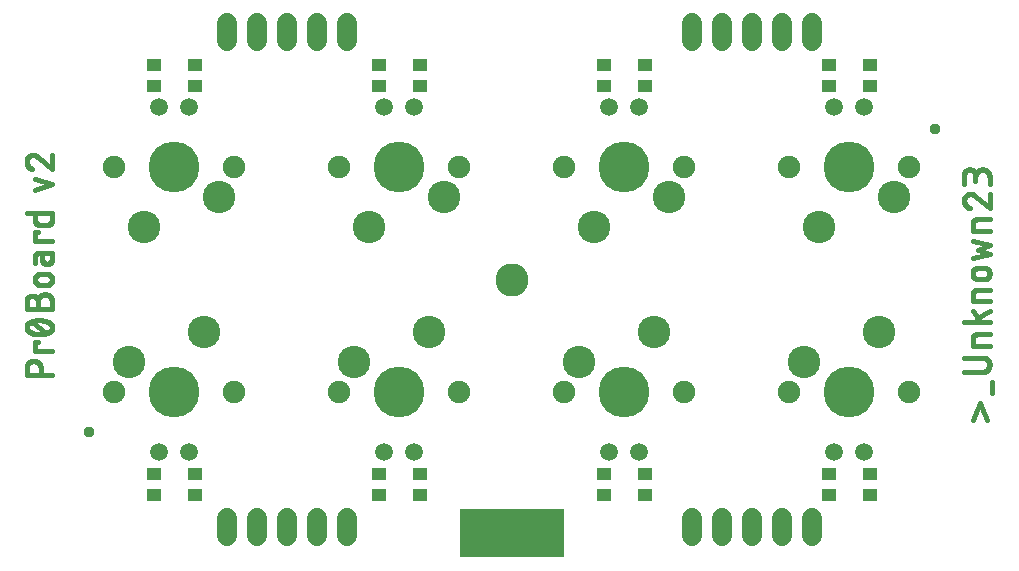
<source format=gbr>
G04 EAGLE Gerber RS-274X export*
G75*
%MOMM*%
%FSLAX34Y34*%
%LPD*%
%INSoldermask Top*%
%IPPOS*%
%AMOC8*
5,1,8,0,0,1.08239X$1,22.5*%
G01*
%ADD10C,0.381000*%
%ADD11C,2.803200*%
%ADD12R,8.890000X4.127500*%
%ADD13C,1.903200*%
%ADD14C,2.743200*%
%ADD15C,4.303200*%
%ADD16C,1.511200*%
%ADD17C,1.727200*%
%ADD18R,1.203200X1.053200*%
%ADD19C,0.959600*%


D10*
X42545Y167005D02*
X20955Y167005D01*
X20955Y173002D01*
X20957Y173155D01*
X20963Y173308D01*
X20973Y173461D01*
X20986Y173614D01*
X21004Y173766D01*
X21025Y173917D01*
X21051Y174068D01*
X21080Y174219D01*
X21113Y174368D01*
X21150Y174517D01*
X21190Y174665D01*
X21234Y174811D01*
X21283Y174957D01*
X21334Y175101D01*
X21390Y175244D01*
X21449Y175385D01*
X21511Y175525D01*
X21578Y175663D01*
X21647Y175799D01*
X21721Y175934D01*
X21797Y176067D01*
X21877Y176197D01*
X21960Y176326D01*
X22047Y176452D01*
X22137Y176576D01*
X22229Y176698D01*
X22325Y176818D01*
X22424Y176934D01*
X22526Y177049D01*
X22631Y177161D01*
X22739Y177270D01*
X22849Y177376D01*
X22962Y177479D01*
X23078Y177580D01*
X23196Y177677D01*
X23316Y177771D01*
X23439Y177863D01*
X23565Y177951D01*
X23692Y178036D01*
X23822Y178117D01*
X23953Y178196D01*
X24087Y178270D01*
X24223Y178342D01*
X24360Y178410D01*
X24499Y178474D01*
X24639Y178535D01*
X24781Y178592D01*
X24925Y178646D01*
X25070Y178696D01*
X25216Y178742D01*
X25363Y178785D01*
X25511Y178823D01*
X25660Y178858D01*
X25810Y178889D01*
X25961Y178917D01*
X26112Y178940D01*
X26264Y178959D01*
X26417Y178975D01*
X26569Y178987D01*
X26722Y178995D01*
X26875Y178999D01*
X27029Y178999D01*
X27182Y178995D01*
X27335Y178987D01*
X27487Y178975D01*
X27640Y178959D01*
X27792Y178940D01*
X27943Y178917D01*
X28094Y178889D01*
X28244Y178858D01*
X28393Y178823D01*
X28541Y178785D01*
X28688Y178742D01*
X28834Y178696D01*
X28979Y178646D01*
X29123Y178592D01*
X29265Y178535D01*
X29405Y178474D01*
X29544Y178410D01*
X29681Y178342D01*
X29817Y178270D01*
X29951Y178196D01*
X30082Y178117D01*
X30212Y178036D01*
X30339Y177951D01*
X30465Y177863D01*
X30588Y177771D01*
X30708Y177677D01*
X30826Y177580D01*
X30942Y177479D01*
X31055Y177376D01*
X31165Y177270D01*
X31273Y177161D01*
X31378Y177049D01*
X31480Y176934D01*
X31579Y176818D01*
X31675Y176698D01*
X31767Y176576D01*
X31857Y176452D01*
X31944Y176326D01*
X32027Y176197D01*
X32107Y176067D01*
X32183Y175934D01*
X32257Y175799D01*
X32326Y175663D01*
X32393Y175525D01*
X32455Y175385D01*
X32514Y175244D01*
X32570Y175101D01*
X32621Y174957D01*
X32670Y174811D01*
X32714Y174665D01*
X32754Y174517D01*
X32791Y174368D01*
X32824Y174219D01*
X32853Y174068D01*
X32879Y173917D01*
X32900Y173766D01*
X32918Y173614D01*
X32931Y173461D01*
X32941Y173308D01*
X32947Y173155D01*
X32949Y173002D01*
X32949Y167005D01*
X28152Y187519D02*
X42545Y187519D01*
X28152Y187519D02*
X28152Y194716D01*
X30551Y194716D01*
X31750Y201500D02*
X31325Y201505D01*
X30901Y201520D01*
X30477Y201546D01*
X30054Y201581D01*
X29631Y201627D01*
X29210Y201682D01*
X28791Y201748D01*
X28373Y201824D01*
X27957Y201909D01*
X27543Y202005D01*
X27131Y202110D01*
X26722Y202225D01*
X26316Y202350D01*
X25913Y202485D01*
X25514Y202629D01*
X25118Y202782D01*
X24726Y202945D01*
X24338Y203118D01*
X23954Y203299D01*
X23830Y203343D01*
X23708Y203391D01*
X23588Y203443D01*
X23469Y203498D01*
X23352Y203556D01*
X23236Y203618D01*
X23123Y203684D01*
X23011Y203752D01*
X22901Y203824D01*
X22794Y203900D01*
X22689Y203978D01*
X22586Y204059D01*
X22486Y204144D01*
X22388Y204231D01*
X22293Y204321D01*
X22201Y204414D01*
X22111Y204510D01*
X22024Y204608D01*
X21940Y204709D01*
X21859Y204812D01*
X21782Y204917D01*
X21707Y205025D01*
X21636Y205135D01*
X21568Y205247D01*
X21503Y205361D01*
X21441Y205477D01*
X21383Y205594D01*
X21329Y205714D01*
X21278Y205835D01*
X21231Y205957D01*
X21187Y206080D01*
X21147Y206205D01*
X21111Y206331D01*
X21078Y206458D01*
X21050Y206586D01*
X21025Y206715D01*
X21003Y206844D01*
X20986Y206974D01*
X20972Y207104D01*
X20963Y207235D01*
X20957Y207366D01*
X20955Y207497D01*
X20957Y207628D01*
X20963Y207759D01*
X20972Y207890D01*
X20986Y208020D01*
X21003Y208150D01*
X21025Y208279D01*
X21050Y208408D01*
X21078Y208536D01*
X21111Y208663D01*
X21147Y208789D01*
X21187Y208914D01*
X21231Y209037D01*
X21278Y209159D01*
X21329Y209280D01*
X21383Y209400D01*
X21441Y209517D01*
X21503Y209633D01*
X21568Y209747D01*
X21636Y209859D01*
X21707Y209969D01*
X21782Y210077D01*
X21859Y210182D01*
X21940Y210285D01*
X22024Y210386D01*
X22111Y210484D01*
X22201Y210580D01*
X22293Y210673D01*
X22388Y210763D01*
X22486Y210850D01*
X22586Y210935D01*
X22689Y211016D01*
X22794Y211094D01*
X22901Y211170D01*
X23011Y211242D01*
X23123Y211310D01*
X23236Y211376D01*
X23352Y211438D01*
X23469Y211496D01*
X23588Y211551D01*
X23708Y211603D01*
X23830Y211651D01*
X23954Y211695D01*
X23953Y211696D02*
X24337Y211877D01*
X24726Y212050D01*
X25118Y212213D01*
X25514Y212366D01*
X25913Y212510D01*
X26316Y212645D01*
X26722Y212770D01*
X27131Y212885D01*
X27543Y212990D01*
X27956Y213086D01*
X28373Y213171D01*
X28790Y213247D01*
X29210Y213313D01*
X29631Y213368D01*
X30054Y213414D01*
X30477Y213449D01*
X30901Y213475D01*
X31325Y213490D01*
X31750Y213495D01*
X31750Y201500D02*
X32175Y201505D01*
X32599Y201520D01*
X33023Y201546D01*
X33446Y201581D01*
X33869Y201627D01*
X34290Y201682D01*
X34709Y201748D01*
X35127Y201824D01*
X35543Y201909D01*
X35957Y202005D01*
X36369Y202110D01*
X36778Y202225D01*
X37184Y202350D01*
X37587Y202485D01*
X37986Y202629D01*
X38382Y202782D01*
X38774Y202945D01*
X39162Y203118D01*
X39546Y203299D01*
X39670Y203343D01*
X39792Y203391D01*
X39912Y203443D01*
X40031Y203498D01*
X40148Y203556D01*
X40264Y203618D01*
X40378Y203684D01*
X40489Y203752D01*
X40599Y203824D01*
X40706Y203900D01*
X40811Y203978D01*
X40914Y204059D01*
X41014Y204144D01*
X41112Y204231D01*
X41207Y204321D01*
X41299Y204414D01*
X41389Y204510D01*
X41476Y204608D01*
X41560Y204709D01*
X41641Y204812D01*
X41718Y204917D01*
X41793Y205025D01*
X41864Y205135D01*
X41932Y205247D01*
X41997Y205361D01*
X42059Y205477D01*
X42117Y205595D01*
X42171Y205714D01*
X42222Y205835D01*
X42269Y205957D01*
X42313Y206080D01*
X42353Y206205D01*
X42389Y206331D01*
X42422Y206458D01*
X42450Y206586D01*
X42475Y206715D01*
X42497Y206844D01*
X42514Y206974D01*
X42528Y207104D01*
X42537Y207235D01*
X42543Y207366D01*
X42545Y207497D01*
X39547Y211696D02*
X39163Y211877D01*
X38774Y212050D01*
X38382Y212213D01*
X37986Y212366D01*
X37587Y212510D01*
X37184Y212645D01*
X36778Y212770D01*
X36369Y212885D01*
X35957Y212990D01*
X35544Y213086D01*
X35127Y213171D01*
X34710Y213247D01*
X34290Y213313D01*
X33869Y213368D01*
X33446Y213414D01*
X33023Y213449D01*
X32599Y213475D01*
X32175Y213490D01*
X31750Y213495D01*
X39546Y211695D02*
X39670Y211651D01*
X39792Y211603D01*
X39912Y211551D01*
X40031Y211496D01*
X40148Y211438D01*
X40264Y211376D01*
X40377Y211310D01*
X40489Y211242D01*
X40599Y211170D01*
X40706Y211094D01*
X40811Y211016D01*
X40914Y210935D01*
X41014Y210850D01*
X41112Y210763D01*
X41207Y210673D01*
X41299Y210580D01*
X41389Y210484D01*
X41476Y210386D01*
X41560Y210285D01*
X41641Y210182D01*
X41718Y210077D01*
X41793Y209969D01*
X41864Y209859D01*
X41932Y209747D01*
X41997Y209633D01*
X42059Y209517D01*
X42117Y209400D01*
X42171Y209280D01*
X42222Y209159D01*
X42269Y209037D01*
X42313Y208914D01*
X42353Y208789D01*
X42389Y208663D01*
X42422Y208536D01*
X42450Y208408D01*
X42475Y208279D01*
X42497Y208150D01*
X42514Y208020D01*
X42528Y207890D01*
X42537Y207759D01*
X42543Y207628D01*
X42545Y207497D01*
X37747Y202699D02*
X25753Y212295D01*
X30551Y223378D02*
X30551Y229375D01*
X30553Y229528D01*
X30559Y229681D01*
X30569Y229834D01*
X30582Y229987D01*
X30600Y230139D01*
X30621Y230290D01*
X30647Y230441D01*
X30676Y230592D01*
X30709Y230741D01*
X30746Y230890D01*
X30786Y231038D01*
X30830Y231184D01*
X30879Y231330D01*
X30930Y231474D01*
X30986Y231617D01*
X31045Y231758D01*
X31107Y231898D01*
X31174Y232036D01*
X31243Y232172D01*
X31317Y232307D01*
X31393Y232440D01*
X31473Y232570D01*
X31556Y232699D01*
X31643Y232825D01*
X31733Y232949D01*
X31825Y233071D01*
X31921Y233191D01*
X32020Y233307D01*
X32122Y233422D01*
X32227Y233534D01*
X32335Y233643D01*
X32445Y233749D01*
X32558Y233852D01*
X32674Y233953D01*
X32792Y234050D01*
X32912Y234144D01*
X33035Y234236D01*
X33161Y234324D01*
X33288Y234409D01*
X33418Y234490D01*
X33549Y234569D01*
X33683Y234643D01*
X33819Y234715D01*
X33956Y234783D01*
X34095Y234847D01*
X34235Y234908D01*
X34377Y234965D01*
X34521Y235019D01*
X34666Y235069D01*
X34812Y235115D01*
X34959Y235158D01*
X35107Y235196D01*
X35256Y235231D01*
X35406Y235262D01*
X35557Y235290D01*
X35708Y235313D01*
X35860Y235332D01*
X36013Y235348D01*
X36165Y235360D01*
X36318Y235368D01*
X36471Y235372D01*
X36625Y235372D01*
X36778Y235368D01*
X36931Y235360D01*
X37083Y235348D01*
X37236Y235332D01*
X37388Y235313D01*
X37539Y235290D01*
X37690Y235262D01*
X37840Y235231D01*
X37989Y235196D01*
X38137Y235158D01*
X38284Y235115D01*
X38430Y235069D01*
X38575Y235019D01*
X38719Y234965D01*
X38861Y234908D01*
X39001Y234847D01*
X39140Y234783D01*
X39277Y234715D01*
X39413Y234643D01*
X39547Y234569D01*
X39678Y234490D01*
X39808Y234409D01*
X39935Y234324D01*
X40061Y234236D01*
X40184Y234144D01*
X40304Y234050D01*
X40422Y233953D01*
X40538Y233852D01*
X40651Y233749D01*
X40761Y233643D01*
X40869Y233534D01*
X40974Y233422D01*
X41076Y233307D01*
X41175Y233191D01*
X41271Y233071D01*
X41363Y232949D01*
X41453Y232825D01*
X41540Y232699D01*
X41623Y232570D01*
X41703Y232440D01*
X41779Y232307D01*
X41853Y232172D01*
X41922Y232036D01*
X41989Y231898D01*
X42051Y231758D01*
X42110Y231617D01*
X42166Y231474D01*
X42217Y231330D01*
X42266Y231184D01*
X42310Y231038D01*
X42350Y230890D01*
X42387Y230741D01*
X42420Y230592D01*
X42449Y230441D01*
X42475Y230290D01*
X42496Y230139D01*
X42514Y229987D01*
X42527Y229834D01*
X42537Y229681D01*
X42543Y229528D01*
X42545Y229375D01*
X42545Y223378D01*
X20955Y223378D01*
X20955Y229375D01*
X20957Y229513D01*
X20963Y229651D01*
X20973Y229789D01*
X20987Y229927D01*
X21005Y230064D01*
X21027Y230201D01*
X21052Y230336D01*
X21082Y230472D01*
X21116Y230606D01*
X21153Y230739D01*
X21194Y230871D01*
X21239Y231002D01*
X21288Y231131D01*
X21340Y231259D01*
X21396Y231385D01*
X21456Y231510D01*
X21520Y231633D01*
X21586Y231754D01*
X21657Y231873D01*
X21730Y231990D01*
X21807Y232105D01*
X21888Y232218D01*
X21971Y232328D01*
X22058Y232435D01*
X22148Y232541D01*
X22240Y232643D01*
X22336Y232743D01*
X22434Y232840D01*
X22536Y232934D01*
X22640Y233026D01*
X22746Y233114D01*
X22855Y233199D01*
X22966Y233281D01*
X23080Y233360D01*
X23196Y233435D01*
X23314Y233507D01*
X23434Y233576D01*
X23556Y233641D01*
X23680Y233702D01*
X23806Y233760D01*
X23933Y233814D01*
X24062Y233865D01*
X24192Y233912D01*
X24323Y233955D01*
X24456Y233994D01*
X24589Y234030D01*
X24724Y234061D01*
X24859Y234089D01*
X24996Y234113D01*
X25132Y234133D01*
X25270Y234149D01*
X25408Y234161D01*
X25546Y234169D01*
X25684Y234173D01*
X25822Y234173D01*
X25960Y234169D01*
X26098Y234161D01*
X26236Y234149D01*
X26374Y234133D01*
X26510Y234113D01*
X26647Y234089D01*
X26782Y234061D01*
X26917Y234030D01*
X27050Y233994D01*
X27183Y233955D01*
X27314Y233912D01*
X27444Y233865D01*
X27573Y233814D01*
X27700Y233760D01*
X27826Y233702D01*
X27950Y233641D01*
X28072Y233576D01*
X28192Y233507D01*
X28310Y233435D01*
X28426Y233360D01*
X28540Y233281D01*
X28651Y233199D01*
X28760Y233114D01*
X28866Y233026D01*
X28970Y232934D01*
X29072Y232840D01*
X29170Y232743D01*
X29266Y232643D01*
X29358Y232541D01*
X29448Y232435D01*
X29535Y232328D01*
X29618Y232218D01*
X29699Y232105D01*
X29776Y231990D01*
X29849Y231873D01*
X29920Y231754D01*
X29986Y231633D01*
X30050Y231510D01*
X30110Y231385D01*
X30166Y231259D01*
X30218Y231131D01*
X30267Y231002D01*
X30312Y230871D01*
X30353Y230739D01*
X30390Y230606D01*
X30424Y230472D01*
X30454Y230336D01*
X30479Y230201D01*
X30501Y230064D01*
X30519Y229927D01*
X30533Y229789D01*
X30543Y229651D01*
X30549Y229513D01*
X30551Y229375D01*
X32949Y243065D02*
X37747Y243065D01*
X32949Y243065D02*
X32811Y243067D01*
X32673Y243073D01*
X32535Y243083D01*
X32397Y243097D01*
X32260Y243115D01*
X32123Y243137D01*
X31988Y243162D01*
X31852Y243192D01*
X31718Y243226D01*
X31585Y243263D01*
X31453Y243304D01*
X31322Y243349D01*
X31193Y243398D01*
X31065Y243450D01*
X30939Y243506D01*
X30814Y243566D01*
X30691Y243630D01*
X30570Y243696D01*
X30451Y243767D01*
X30334Y243840D01*
X30219Y243917D01*
X30106Y243998D01*
X29996Y244081D01*
X29889Y244168D01*
X29783Y244258D01*
X29681Y244350D01*
X29581Y244446D01*
X29484Y244544D01*
X29390Y244646D01*
X29298Y244750D01*
X29210Y244856D01*
X29125Y244965D01*
X29043Y245076D01*
X28964Y245190D01*
X28889Y245306D01*
X28817Y245424D01*
X28748Y245544D01*
X28683Y245666D01*
X28622Y245790D01*
X28564Y245916D01*
X28510Y246043D01*
X28459Y246172D01*
X28412Y246302D01*
X28369Y246433D01*
X28330Y246566D01*
X28294Y246699D01*
X28263Y246834D01*
X28235Y246969D01*
X28211Y247106D01*
X28191Y247242D01*
X28175Y247380D01*
X28163Y247518D01*
X28155Y247656D01*
X28151Y247794D01*
X28151Y247932D01*
X28155Y248070D01*
X28163Y248208D01*
X28175Y248346D01*
X28191Y248484D01*
X28211Y248620D01*
X28235Y248757D01*
X28263Y248892D01*
X28294Y249027D01*
X28330Y249160D01*
X28369Y249293D01*
X28412Y249424D01*
X28459Y249554D01*
X28510Y249683D01*
X28564Y249810D01*
X28622Y249936D01*
X28683Y250060D01*
X28748Y250182D01*
X28817Y250302D01*
X28889Y250420D01*
X28964Y250536D01*
X29043Y250650D01*
X29125Y250761D01*
X29210Y250870D01*
X29298Y250976D01*
X29390Y251080D01*
X29484Y251182D01*
X29581Y251280D01*
X29681Y251376D01*
X29783Y251468D01*
X29889Y251558D01*
X29996Y251645D01*
X30106Y251728D01*
X30219Y251809D01*
X30334Y251886D01*
X30451Y251959D01*
X30570Y252030D01*
X30691Y252096D01*
X30814Y252160D01*
X30939Y252220D01*
X31065Y252276D01*
X31193Y252328D01*
X31322Y252377D01*
X31453Y252422D01*
X31585Y252463D01*
X31718Y252500D01*
X31852Y252534D01*
X31988Y252564D01*
X32123Y252589D01*
X32260Y252611D01*
X32397Y252629D01*
X32535Y252643D01*
X32673Y252653D01*
X32811Y252659D01*
X32949Y252661D01*
X32949Y252660D02*
X37747Y252660D01*
X37747Y252661D02*
X37885Y252659D01*
X38023Y252653D01*
X38161Y252643D01*
X38299Y252629D01*
X38436Y252611D01*
X38573Y252589D01*
X38708Y252564D01*
X38844Y252534D01*
X38978Y252500D01*
X39111Y252463D01*
X39243Y252422D01*
X39374Y252377D01*
X39503Y252328D01*
X39631Y252276D01*
X39757Y252220D01*
X39882Y252160D01*
X40005Y252096D01*
X40126Y252030D01*
X40245Y251959D01*
X40362Y251886D01*
X40477Y251809D01*
X40590Y251728D01*
X40700Y251645D01*
X40807Y251558D01*
X40913Y251468D01*
X41015Y251376D01*
X41115Y251280D01*
X41212Y251182D01*
X41306Y251080D01*
X41398Y250976D01*
X41486Y250870D01*
X41571Y250761D01*
X41653Y250650D01*
X41732Y250536D01*
X41807Y250420D01*
X41879Y250302D01*
X41948Y250182D01*
X42013Y250060D01*
X42074Y249936D01*
X42132Y249810D01*
X42186Y249683D01*
X42237Y249554D01*
X42284Y249424D01*
X42327Y249293D01*
X42366Y249160D01*
X42402Y249027D01*
X42433Y248892D01*
X42461Y248757D01*
X42485Y248620D01*
X42505Y248484D01*
X42521Y248346D01*
X42533Y248208D01*
X42541Y248070D01*
X42545Y247932D01*
X42545Y247794D01*
X42541Y247656D01*
X42533Y247518D01*
X42521Y247380D01*
X42505Y247242D01*
X42485Y247106D01*
X42461Y246969D01*
X42433Y246834D01*
X42402Y246699D01*
X42366Y246566D01*
X42327Y246433D01*
X42284Y246302D01*
X42237Y246172D01*
X42186Y246043D01*
X42132Y245916D01*
X42074Y245790D01*
X42013Y245666D01*
X41948Y245544D01*
X41879Y245424D01*
X41807Y245306D01*
X41732Y245190D01*
X41653Y245076D01*
X41571Y244965D01*
X41486Y244856D01*
X41398Y244750D01*
X41306Y244646D01*
X41212Y244544D01*
X41115Y244446D01*
X41015Y244350D01*
X40913Y244258D01*
X40807Y244168D01*
X40700Y244081D01*
X40590Y243998D01*
X40477Y243917D01*
X40362Y243840D01*
X40245Y243767D01*
X40126Y243696D01*
X40005Y243630D01*
X39882Y243566D01*
X39757Y243506D01*
X39631Y243450D01*
X39503Y243398D01*
X39374Y243349D01*
X39243Y243304D01*
X39111Y243263D01*
X38978Y243226D01*
X38844Y243192D01*
X38708Y243162D01*
X38573Y243137D01*
X38436Y243115D01*
X38299Y243097D01*
X38161Y243083D01*
X38023Y243073D01*
X37885Y243067D01*
X37747Y243065D01*
X34149Y265253D02*
X34149Y270651D01*
X34149Y265253D02*
X34151Y265125D01*
X34157Y264997D01*
X34167Y264869D01*
X34180Y264742D01*
X34198Y264615D01*
X34219Y264489D01*
X34244Y264363D01*
X34273Y264239D01*
X34306Y264115D01*
X34343Y263992D01*
X34383Y263871D01*
X34427Y263751D01*
X34475Y263632D01*
X34526Y263514D01*
X34581Y263399D01*
X34639Y263285D01*
X34701Y263173D01*
X34766Y263062D01*
X34834Y262954D01*
X34906Y262848D01*
X34981Y262744D01*
X35059Y262643D01*
X35140Y262544D01*
X35224Y262447D01*
X35311Y262353D01*
X35401Y262262D01*
X35494Y262174D01*
X35589Y262088D01*
X35687Y262005D01*
X35787Y261926D01*
X35890Y261849D01*
X35995Y261776D01*
X36102Y261706D01*
X36211Y261639D01*
X36322Y261575D01*
X36435Y261515D01*
X36550Y261459D01*
X36667Y261406D01*
X36785Y261356D01*
X36905Y261311D01*
X37025Y261268D01*
X37148Y261230D01*
X37271Y261195D01*
X37395Y261164D01*
X37520Y261137D01*
X37646Y261114D01*
X37773Y261094D01*
X37900Y261079D01*
X38027Y261067D01*
X38155Y261059D01*
X38283Y261055D01*
X38411Y261055D01*
X38539Y261059D01*
X38667Y261067D01*
X38794Y261079D01*
X38921Y261094D01*
X39048Y261114D01*
X39174Y261137D01*
X39299Y261164D01*
X39423Y261195D01*
X39546Y261230D01*
X39669Y261268D01*
X39789Y261311D01*
X39909Y261356D01*
X40027Y261406D01*
X40144Y261459D01*
X40259Y261515D01*
X40372Y261575D01*
X40483Y261639D01*
X40592Y261706D01*
X40699Y261776D01*
X40804Y261849D01*
X40907Y261926D01*
X41007Y262005D01*
X41105Y262088D01*
X41200Y262174D01*
X41293Y262262D01*
X41383Y262353D01*
X41470Y262447D01*
X41554Y262544D01*
X41635Y262643D01*
X41713Y262744D01*
X41788Y262848D01*
X41860Y262954D01*
X41928Y263062D01*
X41993Y263173D01*
X42055Y263285D01*
X42113Y263399D01*
X42168Y263514D01*
X42219Y263632D01*
X42267Y263751D01*
X42311Y263871D01*
X42351Y263992D01*
X42388Y264115D01*
X42421Y264239D01*
X42450Y264363D01*
X42475Y264489D01*
X42496Y264615D01*
X42514Y264742D01*
X42527Y264869D01*
X42537Y264997D01*
X42543Y265125D01*
X42545Y265253D01*
X42545Y270651D01*
X31750Y270651D01*
X31750Y270650D02*
X31632Y270648D01*
X31515Y270642D01*
X31397Y270633D01*
X31280Y270619D01*
X31164Y270602D01*
X31048Y270581D01*
X30933Y270556D01*
X30819Y270527D01*
X30706Y270495D01*
X30593Y270459D01*
X30483Y270419D01*
X30373Y270376D01*
X30265Y270329D01*
X30159Y270279D01*
X30054Y270225D01*
X29951Y270168D01*
X29850Y270107D01*
X29751Y270044D01*
X29654Y269977D01*
X29560Y269906D01*
X29467Y269833D01*
X29378Y269757D01*
X29290Y269678D01*
X29206Y269596D01*
X29124Y269512D01*
X29045Y269424D01*
X28969Y269335D01*
X28896Y269242D01*
X28825Y269148D01*
X28758Y269051D01*
X28695Y268952D01*
X28634Y268851D01*
X28577Y268748D01*
X28523Y268643D01*
X28473Y268537D01*
X28426Y268429D01*
X28383Y268319D01*
X28343Y268209D01*
X28307Y268096D01*
X28275Y267983D01*
X28246Y267869D01*
X28221Y267754D01*
X28200Y267638D01*
X28183Y267522D01*
X28169Y267405D01*
X28160Y267287D01*
X28154Y267170D01*
X28152Y267052D01*
X28152Y262254D01*
X28152Y280778D02*
X42545Y280778D01*
X28152Y280778D02*
X28152Y287975D01*
X30551Y287975D01*
X20955Y304057D02*
X42545Y304057D01*
X42545Y298059D01*
X42543Y297941D01*
X42537Y297824D01*
X42528Y297706D01*
X42514Y297589D01*
X42497Y297473D01*
X42476Y297357D01*
X42451Y297242D01*
X42422Y297128D01*
X42390Y297015D01*
X42354Y296902D01*
X42314Y296792D01*
X42271Y296682D01*
X42224Y296574D01*
X42174Y296468D01*
X42120Y296363D01*
X42063Y296260D01*
X42002Y296159D01*
X41939Y296060D01*
X41872Y295963D01*
X41801Y295869D01*
X41728Y295776D01*
X41652Y295687D01*
X41573Y295599D01*
X41491Y295515D01*
X41407Y295433D01*
X41319Y295354D01*
X41230Y295278D01*
X41137Y295205D01*
X41043Y295134D01*
X40946Y295067D01*
X40847Y295004D01*
X40746Y294943D01*
X40643Y294886D01*
X40538Y294832D01*
X40432Y294782D01*
X40324Y294735D01*
X40214Y294692D01*
X40104Y294652D01*
X39991Y294616D01*
X39878Y294584D01*
X39764Y294555D01*
X39649Y294530D01*
X39533Y294509D01*
X39417Y294492D01*
X39300Y294478D01*
X39182Y294469D01*
X39065Y294463D01*
X38947Y294461D01*
X31750Y294461D01*
X31632Y294463D01*
X31515Y294469D01*
X31397Y294478D01*
X31280Y294492D01*
X31164Y294509D01*
X31048Y294530D01*
X30933Y294555D01*
X30819Y294584D01*
X30706Y294616D01*
X30593Y294652D01*
X30483Y294692D01*
X30373Y294735D01*
X30265Y294782D01*
X30159Y294832D01*
X30054Y294886D01*
X29951Y294943D01*
X29850Y295004D01*
X29751Y295067D01*
X29654Y295134D01*
X29560Y295205D01*
X29467Y295278D01*
X29378Y295354D01*
X29290Y295433D01*
X29206Y295515D01*
X29124Y295599D01*
X29045Y295687D01*
X28969Y295776D01*
X28896Y295869D01*
X28825Y295963D01*
X28758Y296060D01*
X28695Y296159D01*
X28634Y296260D01*
X28577Y296363D01*
X28523Y296468D01*
X28473Y296574D01*
X28426Y296682D01*
X28383Y296792D01*
X28343Y296902D01*
X28307Y297015D01*
X28275Y297128D01*
X28246Y297242D01*
X28221Y297357D01*
X28200Y297473D01*
X28183Y297589D01*
X28169Y297706D01*
X28160Y297824D01*
X28154Y297941D01*
X28152Y298059D01*
X28152Y304057D01*
X28152Y323796D02*
X42545Y328594D01*
X28152Y333392D01*
X20955Y347984D02*
X20957Y348130D01*
X20963Y348276D01*
X20973Y348422D01*
X20987Y348568D01*
X21004Y348713D01*
X21026Y348857D01*
X21052Y349001D01*
X21081Y349144D01*
X21115Y349287D01*
X21152Y349428D01*
X21193Y349568D01*
X21238Y349708D01*
X21286Y349846D01*
X21338Y349982D01*
X21394Y350117D01*
X21454Y350251D01*
X21517Y350382D01*
X21584Y350513D01*
X21654Y350641D01*
X21728Y350767D01*
X21805Y350891D01*
X21885Y351013D01*
X21969Y351133D01*
X22056Y351251D01*
X22146Y351366D01*
X22239Y351479D01*
X22335Y351589D01*
X22434Y351696D01*
X22536Y351801D01*
X22641Y351903D01*
X22748Y352002D01*
X22858Y352098D01*
X22971Y352191D01*
X23086Y352281D01*
X23204Y352368D01*
X23324Y352452D01*
X23446Y352532D01*
X23570Y352609D01*
X23696Y352683D01*
X23825Y352753D01*
X23955Y352820D01*
X24086Y352883D01*
X24220Y352943D01*
X24355Y352999D01*
X24492Y353051D01*
X24629Y353099D01*
X24769Y353144D01*
X24909Y353185D01*
X25050Y353222D01*
X25193Y353256D01*
X25336Y353285D01*
X25480Y353311D01*
X25624Y353333D01*
X25769Y353350D01*
X25915Y353364D01*
X26061Y353374D01*
X26207Y353380D01*
X26353Y353382D01*
X20955Y347984D02*
X20957Y347816D01*
X20963Y347649D01*
X20973Y347481D01*
X20987Y347314D01*
X21006Y347148D01*
X21028Y346981D01*
X21054Y346816D01*
X21084Y346651D01*
X21119Y346487D01*
X21157Y346323D01*
X21199Y346161D01*
X21245Y346000D01*
X21295Y345840D01*
X21349Y345681D01*
X21406Y345523D01*
X21468Y345367D01*
X21533Y345213D01*
X21602Y345060D01*
X21674Y344909D01*
X21750Y344759D01*
X21830Y344612D01*
X21914Y344466D01*
X22000Y344323D01*
X22091Y344182D01*
X22184Y344042D01*
X22281Y343906D01*
X22381Y343771D01*
X22485Y343639D01*
X22592Y343510D01*
X22701Y343383D01*
X22814Y343259D01*
X22930Y343138D01*
X23049Y343019D01*
X23170Y342903D01*
X23294Y342791D01*
X23421Y342681D01*
X23551Y342575D01*
X23683Y342471D01*
X23817Y342371D01*
X23954Y342275D01*
X24093Y342181D01*
X24235Y342091D01*
X24379Y342004D01*
X24524Y341921D01*
X24672Y341842D01*
X24821Y341766D01*
X24973Y341693D01*
X25125Y341624D01*
X25280Y341560D01*
X25436Y341498D01*
X25594Y341441D01*
X25753Y341387D01*
X30551Y351583D02*
X30445Y351691D01*
X30336Y351797D01*
X30225Y351899D01*
X30111Y351999D01*
X29994Y352096D01*
X29875Y352189D01*
X29754Y352280D01*
X29630Y352367D01*
X29504Y352451D01*
X29376Y352531D01*
X29246Y352609D01*
X29114Y352683D01*
X28979Y352753D01*
X28844Y352820D01*
X28706Y352883D01*
X28567Y352943D01*
X28426Y352999D01*
X28284Y353051D01*
X28141Y353100D01*
X27996Y353144D01*
X27850Y353185D01*
X27703Y353223D01*
X27556Y353256D01*
X27407Y353285D01*
X27258Y353311D01*
X27108Y353333D01*
X26958Y353350D01*
X26807Y353364D01*
X26656Y353374D01*
X26504Y353380D01*
X26353Y353382D01*
X30551Y351583D02*
X42545Y341387D01*
X42545Y353382D01*
X821902Y128905D02*
X827899Y143298D01*
X833896Y128905D01*
X838694Y151487D02*
X838694Y161082D01*
X830298Y169774D02*
X814705Y169774D01*
X830298Y169774D02*
X830451Y169776D01*
X830604Y169782D01*
X830757Y169792D01*
X830910Y169805D01*
X831062Y169823D01*
X831213Y169844D01*
X831364Y169870D01*
X831515Y169899D01*
X831664Y169932D01*
X831813Y169969D01*
X831961Y170009D01*
X832107Y170053D01*
X832253Y170102D01*
X832397Y170153D01*
X832540Y170209D01*
X832681Y170268D01*
X832821Y170330D01*
X832959Y170397D01*
X833095Y170466D01*
X833230Y170540D01*
X833363Y170616D01*
X833493Y170696D01*
X833622Y170779D01*
X833748Y170866D01*
X833872Y170956D01*
X833994Y171048D01*
X834114Y171144D01*
X834230Y171243D01*
X834345Y171345D01*
X834457Y171450D01*
X834566Y171558D01*
X834672Y171668D01*
X834775Y171781D01*
X834876Y171897D01*
X834973Y172015D01*
X835067Y172135D01*
X835159Y172258D01*
X835247Y172384D01*
X835332Y172511D01*
X835413Y172641D01*
X835492Y172773D01*
X835566Y172906D01*
X835638Y173042D01*
X835706Y173179D01*
X835770Y173318D01*
X835831Y173458D01*
X835888Y173600D01*
X835942Y173744D01*
X835992Y173889D01*
X836038Y174035D01*
X836081Y174182D01*
X836119Y174330D01*
X836154Y174479D01*
X836185Y174629D01*
X836213Y174780D01*
X836236Y174931D01*
X836255Y175083D01*
X836271Y175236D01*
X836283Y175388D01*
X836291Y175541D01*
X836295Y175694D01*
X836295Y175848D01*
X836291Y176001D01*
X836283Y176154D01*
X836271Y176306D01*
X836255Y176459D01*
X836236Y176611D01*
X836213Y176762D01*
X836185Y176913D01*
X836154Y177063D01*
X836119Y177212D01*
X836081Y177360D01*
X836038Y177507D01*
X835992Y177653D01*
X835942Y177798D01*
X835888Y177942D01*
X835831Y178084D01*
X835770Y178224D01*
X835706Y178363D01*
X835638Y178500D01*
X835566Y178636D01*
X835492Y178770D01*
X835413Y178901D01*
X835332Y179031D01*
X835247Y179158D01*
X835159Y179284D01*
X835067Y179407D01*
X834973Y179527D01*
X834876Y179645D01*
X834775Y179761D01*
X834672Y179874D01*
X834566Y179984D01*
X834457Y180092D01*
X834345Y180197D01*
X834230Y180299D01*
X834114Y180398D01*
X833994Y180494D01*
X833872Y180586D01*
X833748Y180676D01*
X833622Y180763D01*
X833493Y180846D01*
X833363Y180926D01*
X833230Y181002D01*
X833095Y181076D01*
X832959Y181145D01*
X832821Y181212D01*
X832681Y181274D01*
X832540Y181333D01*
X832397Y181389D01*
X832253Y181440D01*
X832107Y181489D01*
X831961Y181533D01*
X831813Y181573D01*
X831664Y181610D01*
X831515Y181643D01*
X831364Y181672D01*
X831213Y181698D01*
X831062Y181719D01*
X830910Y181737D01*
X830757Y181750D01*
X830604Y181760D01*
X830451Y181766D01*
X830298Y181768D01*
X830298Y181769D02*
X814705Y181769D01*
X821902Y191852D02*
X836295Y191852D01*
X821902Y191852D02*
X821902Y197850D01*
X821904Y197968D01*
X821910Y198085D01*
X821919Y198203D01*
X821933Y198320D01*
X821950Y198436D01*
X821971Y198552D01*
X821996Y198667D01*
X822025Y198781D01*
X822057Y198894D01*
X822093Y199007D01*
X822133Y199117D01*
X822176Y199227D01*
X822223Y199335D01*
X822273Y199441D01*
X822327Y199546D01*
X822384Y199649D01*
X822445Y199750D01*
X822508Y199849D01*
X822575Y199946D01*
X822646Y200040D01*
X822719Y200133D01*
X822795Y200222D01*
X822874Y200310D01*
X822956Y200394D01*
X823040Y200476D01*
X823128Y200555D01*
X823217Y200631D01*
X823310Y200704D01*
X823404Y200775D01*
X823501Y200842D01*
X823600Y200905D01*
X823701Y200966D01*
X823804Y201023D01*
X823909Y201077D01*
X824015Y201127D01*
X824123Y201174D01*
X824233Y201217D01*
X824343Y201257D01*
X824456Y201293D01*
X824569Y201325D01*
X824683Y201354D01*
X824798Y201379D01*
X824914Y201400D01*
X825030Y201417D01*
X825147Y201431D01*
X825265Y201440D01*
X825382Y201446D01*
X825500Y201448D01*
X836295Y201448D01*
X836295Y211582D02*
X814705Y211582D01*
X821902Y221177D02*
X829098Y211582D01*
X826100Y215780D02*
X836295Y221177D01*
X836295Y229434D02*
X821902Y229434D01*
X821902Y235431D01*
X821904Y235549D01*
X821910Y235666D01*
X821919Y235784D01*
X821933Y235901D01*
X821950Y236017D01*
X821971Y236133D01*
X821996Y236248D01*
X822025Y236362D01*
X822057Y236475D01*
X822093Y236588D01*
X822133Y236698D01*
X822176Y236808D01*
X822223Y236916D01*
X822273Y237022D01*
X822327Y237127D01*
X822384Y237230D01*
X822445Y237331D01*
X822508Y237430D01*
X822575Y237527D01*
X822646Y237621D01*
X822719Y237714D01*
X822795Y237803D01*
X822874Y237891D01*
X822956Y237975D01*
X823040Y238057D01*
X823128Y238136D01*
X823217Y238212D01*
X823310Y238285D01*
X823404Y238356D01*
X823501Y238423D01*
X823600Y238486D01*
X823701Y238547D01*
X823804Y238604D01*
X823909Y238658D01*
X824015Y238708D01*
X824123Y238755D01*
X824233Y238798D01*
X824343Y238838D01*
X824456Y238874D01*
X824569Y238906D01*
X824683Y238935D01*
X824798Y238960D01*
X824914Y238981D01*
X825030Y238998D01*
X825147Y239012D01*
X825265Y239021D01*
X825382Y239027D01*
X825500Y239029D01*
X825500Y239030D02*
X836295Y239030D01*
X831497Y248225D02*
X826699Y248225D01*
X826561Y248227D01*
X826423Y248233D01*
X826285Y248243D01*
X826147Y248257D01*
X826010Y248275D01*
X825873Y248297D01*
X825738Y248322D01*
X825602Y248352D01*
X825468Y248386D01*
X825335Y248423D01*
X825203Y248464D01*
X825072Y248509D01*
X824943Y248558D01*
X824815Y248610D01*
X824689Y248666D01*
X824564Y248726D01*
X824441Y248790D01*
X824320Y248856D01*
X824201Y248927D01*
X824084Y249000D01*
X823969Y249077D01*
X823856Y249158D01*
X823746Y249241D01*
X823639Y249328D01*
X823533Y249418D01*
X823431Y249510D01*
X823331Y249606D01*
X823234Y249704D01*
X823140Y249806D01*
X823048Y249910D01*
X822960Y250016D01*
X822875Y250125D01*
X822793Y250236D01*
X822714Y250350D01*
X822639Y250466D01*
X822567Y250584D01*
X822498Y250704D01*
X822433Y250826D01*
X822372Y250950D01*
X822314Y251076D01*
X822260Y251203D01*
X822209Y251332D01*
X822162Y251462D01*
X822119Y251593D01*
X822080Y251726D01*
X822044Y251859D01*
X822013Y251994D01*
X821985Y252129D01*
X821961Y252266D01*
X821941Y252402D01*
X821925Y252540D01*
X821913Y252678D01*
X821905Y252816D01*
X821901Y252954D01*
X821901Y253092D01*
X821905Y253230D01*
X821913Y253368D01*
X821925Y253506D01*
X821941Y253644D01*
X821961Y253780D01*
X821985Y253917D01*
X822013Y254052D01*
X822044Y254187D01*
X822080Y254320D01*
X822119Y254453D01*
X822162Y254584D01*
X822209Y254714D01*
X822260Y254843D01*
X822314Y254970D01*
X822372Y255096D01*
X822433Y255220D01*
X822498Y255342D01*
X822567Y255462D01*
X822639Y255580D01*
X822714Y255696D01*
X822793Y255810D01*
X822875Y255921D01*
X822960Y256030D01*
X823048Y256136D01*
X823140Y256240D01*
X823234Y256342D01*
X823331Y256440D01*
X823431Y256536D01*
X823533Y256628D01*
X823639Y256718D01*
X823746Y256805D01*
X823856Y256888D01*
X823969Y256969D01*
X824084Y257046D01*
X824201Y257119D01*
X824320Y257190D01*
X824441Y257256D01*
X824564Y257320D01*
X824689Y257380D01*
X824815Y257436D01*
X824943Y257488D01*
X825072Y257537D01*
X825203Y257582D01*
X825335Y257623D01*
X825468Y257660D01*
X825602Y257694D01*
X825738Y257724D01*
X825873Y257749D01*
X826010Y257771D01*
X826147Y257789D01*
X826285Y257803D01*
X826423Y257813D01*
X826561Y257819D01*
X826699Y257821D01*
X826699Y257820D02*
X831497Y257820D01*
X831497Y257821D02*
X831635Y257819D01*
X831773Y257813D01*
X831911Y257803D01*
X832049Y257789D01*
X832186Y257771D01*
X832323Y257749D01*
X832458Y257724D01*
X832594Y257694D01*
X832728Y257660D01*
X832861Y257623D01*
X832993Y257582D01*
X833124Y257537D01*
X833253Y257488D01*
X833381Y257436D01*
X833507Y257380D01*
X833632Y257320D01*
X833755Y257256D01*
X833876Y257190D01*
X833995Y257119D01*
X834112Y257046D01*
X834227Y256969D01*
X834340Y256888D01*
X834450Y256805D01*
X834557Y256718D01*
X834663Y256628D01*
X834765Y256536D01*
X834865Y256440D01*
X834962Y256342D01*
X835056Y256240D01*
X835148Y256136D01*
X835236Y256030D01*
X835321Y255921D01*
X835403Y255810D01*
X835482Y255696D01*
X835557Y255580D01*
X835629Y255462D01*
X835698Y255342D01*
X835763Y255220D01*
X835824Y255096D01*
X835882Y254970D01*
X835936Y254843D01*
X835987Y254714D01*
X836034Y254584D01*
X836077Y254453D01*
X836116Y254320D01*
X836152Y254187D01*
X836183Y254052D01*
X836211Y253917D01*
X836235Y253780D01*
X836255Y253644D01*
X836271Y253506D01*
X836283Y253368D01*
X836291Y253230D01*
X836295Y253092D01*
X836295Y252954D01*
X836291Y252816D01*
X836283Y252678D01*
X836271Y252540D01*
X836255Y252402D01*
X836235Y252266D01*
X836211Y252129D01*
X836183Y251994D01*
X836152Y251859D01*
X836116Y251726D01*
X836077Y251593D01*
X836034Y251462D01*
X835987Y251332D01*
X835936Y251203D01*
X835882Y251076D01*
X835824Y250950D01*
X835763Y250826D01*
X835698Y250704D01*
X835629Y250584D01*
X835557Y250466D01*
X835482Y250350D01*
X835403Y250236D01*
X835321Y250125D01*
X835236Y250016D01*
X835148Y249910D01*
X835056Y249806D01*
X834962Y249704D01*
X834865Y249606D01*
X834765Y249510D01*
X834663Y249418D01*
X834557Y249328D01*
X834450Y249241D01*
X834340Y249158D01*
X834227Y249077D01*
X834112Y249000D01*
X833995Y248927D01*
X833876Y248856D01*
X833755Y248790D01*
X833632Y248726D01*
X833507Y248666D01*
X833381Y248610D01*
X833253Y248558D01*
X833124Y248509D01*
X832993Y248464D01*
X832861Y248423D01*
X832728Y248386D01*
X832594Y248352D01*
X832458Y248322D01*
X832323Y248297D01*
X832186Y248275D01*
X832049Y248257D01*
X831911Y248243D01*
X831773Y248233D01*
X831635Y248227D01*
X831497Y248225D01*
X821902Y266009D02*
X836295Y269607D01*
X826699Y273205D01*
X836295Y276804D01*
X821902Y280402D01*
X821902Y289286D02*
X836295Y289286D01*
X821902Y289286D02*
X821902Y295284D01*
X821904Y295402D01*
X821910Y295519D01*
X821919Y295637D01*
X821933Y295754D01*
X821950Y295870D01*
X821971Y295986D01*
X821996Y296101D01*
X822025Y296215D01*
X822057Y296328D01*
X822093Y296441D01*
X822133Y296551D01*
X822176Y296661D01*
X822223Y296769D01*
X822273Y296875D01*
X822327Y296980D01*
X822384Y297083D01*
X822445Y297184D01*
X822508Y297283D01*
X822575Y297380D01*
X822646Y297474D01*
X822719Y297567D01*
X822795Y297656D01*
X822874Y297744D01*
X822956Y297828D01*
X823040Y297910D01*
X823128Y297989D01*
X823217Y298065D01*
X823310Y298138D01*
X823404Y298209D01*
X823501Y298276D01*
X823600Y298339D01*
X823701Y298400D01*
X823804Y298457D01*
X823909Y298511D01*
X824015Y298561D01*
X824123Y298608D01*
X824233Y298651D01*
X824343Y298691D01*
X824456Y298727D01*
X824569Y298759D01*
X824683Y298788D01*
X824798Y298813D01*
X824914Y298834D01*
X825030Y298851D01*
X825147Y298865D01*
X825265Y298874D01*
X825382Y298880D01*
X825500Y298882D01*
X836295Y298882D01*
X820103Y320265D02*
X819957Y320263D01*
X819811Y320257D01*
X819665Y320247D01*
X819519Y320233D01*
X819374Y320216D01*
X819230Y320194D01*
X819086Y320168D01*
X818943Y320139D01*
X818800Y320105D01*
X818659Y320068D01*
X818519Y320027D01*
X818379Y319982D01*
X818242Y319934D01*
X818105Y319882D01*
X817970Y319826D01*
X817836Y319766D01*
X817705Y319703D01*
X817575Y319636D01*
X817446Y319566D01*
X817320Y319492D01*
X817196Y319415D01*
X817074Y319335D01*
X816954Y319251D01*
X816836Y319164D01*
X816721Y319074D01*
X816608Y318981D01*
X816498Y318885D01*
X816391Y318786D01*
X816286Y318684D01*
X816184Y318579D01*
X816085Y318472D01*
X815989Y318362D01*
X815896Y318249D01*
X815806Y318134D01*
X815719Y318016D01*
X815635Y317896D01*
X815555Y317774D01*
X815478Y317650D01*
X815404Y317524D01*
X815334Y317396D01*
X815267Y317265D01*
X815204Y317134D01*
X815144Y317000D01*
X815088Y316865D01*
X815036Y316729D01*
X814988Y316591D01*
X814943Y316451D01*
X814902Y316311D01*
X814865Y316170D01*
X814831Y316027D01*
X814802Y315884D01*
X814776Y315740D01*
X814754Y315596D01*
X814737Y315451D01*
X814723Y315305D01*
X814713Y315159D01*
X814707Y315013D01*
X814705Y314867D01*
X814707Y314699D01*
X814713Y314532D01*
X814723Y314364D01*
X814737Y314197D01*
X814756Y314031D01*
X814778Y313864D01*
X814804Y313699D01*
X814834Y313534D01*
X814869Y313370D01*
X814907Y313206D01*
X814949Y313044D01*
X814995Y312883D01*
X815045Y312723D01*
X815099Y312564D01*
X815156Y312406D01*
X815218Y312250D01*
X815283Y312096D01*
X815352Y311943D01*
X815424Y311792D01*
X815500Y311642D01*
X815580Y311495D01*
X815664Y311349D01*
X815750Y311206D01*
X815841Y311065D01*
X815934Y310925D01*
X816031Y310789D01*
X816131Y310654D01*
X816235Y310522D01*
X816342Y310393D01*
X816451Y310266D01*
X816564Y310142D01*
X816680Y310021D01*
X816799Y309902D01*
X816920Y309786D01*
X817044Y309674D01*
X817171Y309564D01*
X817301Y309458D01*
X817433Y309354D01*
X817567Y309254D01*
X817704Y309158D01*
X817843Y309064D01*
X817985Y308974D01*
X818129Y308887D01*
X818274Y308804D01*
X818422Y308725D01*
X818571Y308649D01*
X818723Y308576D01*
X818875Y308507D01*
X819030Y308443D01*
X819186Y308381D01*
X819344Y308324D01*
X819503Y308270D01*
X824301Y318465D02*
X824195Y318573D01*
X824086Y318679D01*
X823975Y318781D01*
X823861Y318881D01*
X823744Y318978D01*
X823625Y319071D01*
X823504Y319162D01*
X823380Y319249D01*
X823254Y319333D01*
X823126Y319413D01*
X822996Y319491D01*
X822864Y319565D01*
X822729Y319635D01*
X822594Y319702D01*
X822456Y319765D01*
X822317Y319825D01*
X822176Y319881D01*
X822034Y319933D01*
X821891Y319982D01*
X821746Y320026D01*
X821600Y320067D01*
X821453Y320105D01*
X821306Y320138D01*
X821157Y320167D01*
X821008Y320193D01*
X820858Y320215D01*
X820708Y320232D01*
X820557Y320246D01*
X820406Y320256D01*
X820254Y320262D01*
X820103Y320264D01*
X824301Y318465D02*
X836295Y308270D01*
X836295Y320264D01*
X836295Y329149D02*
X836295Y335146D01*
X836293Y335299D01*
X836287Y335452D01*
X836277Y335605D01*
X836264Y335758D01*
X836246Y335910D01*
X836225Y336061D01*
X836199Y336212D01*
X836170Y336363D01*
X836137Y336512D01*
X836100Y336661D01*
X836060Y336809D01*
X836016Y336955D01*
X835967Y337101D01*
X835916Y337245D01*
X835860Y337388D01*
X835801Y337529D01*
X835739Y337669D01*
X835672Y337807D01*
X835603Y337943D01*
X835529Y338078D01*
X835453Y338211D01*
X835373Y338341D01*
X835290Y338470D01*
X835203Y338596D01*
X835113Y338720D01*
X835021Y338842D01*
X834925Y338962D01*
X834826Y339078D01*
X834724Y339193D01*
X834619Y339305D01*
X834511Y339414D01*
X834401Y339520D01*
X834288Y339623D01*
X834172Y339724D01*
X834054Y339821D01*
X833934Y339915D01*
X833811Y340007D01*
X833685Y340095D01*
X833558Y340180D01*
X833428Y340261D01*
X833297Y340340D01*
X833163Y340414D01*
X833027Y340486D01*
X832890Y340554D01*
X832751Y340618D01*
X832611Y340679D01*
X832469Y340736D01*
X832325Y340790D01*
X832180Y340840D01*
X832034Y340886D01*
X831887Y340929D01*
X831739Y340967D01*
X831590Y341002D01*
X831440Y341033D01*
X831289Y341061D01*
X831138Y341084D01*
X830986Y341103D01*
X830833Y341119D01*
X830681Y341131D01*
X830528Y341139D01*
X830375Y341143D01*
X830221Y341143D01*
X830068Y341139D01*
X829915Y341131D01*
X829763Y341119D01*
X829610Y341103D01*
X829458Y341084D01*
X829307Y341061D01*
X829156Y341033D01*
X829006Y341002D01*
X828857Y340967D01*
X828709Y340929D01*
X828562Y340886D01*
X828416Y340840D01*
X828271Y340790D01*
X828127Y340736D01*
X827985Y340679D01*
X827845Y340618D01*
X827706Y340554D01*
X827569Y340486D01*
X827433Y340414D01*
X827300Y340340D01*
X827168Y340261D01*
X827038Y340180D01*
X826911Y340095D01*
X826785Y340007D01*
X826662Y339915D01*
X826542Y339821D01*
X826424Y339724D01*
X826308Y339623D01*
X826195Y339520D01*
X826085Y339414D01*
X825977Y339305D01*
X825872Y339193D01*
X825770Y339078D01*
X825671Y338962D01*
X825575Y338842D01*
X825483Y338720D01*
X825393Y338596D01*
X825306Y338470D01*
X825223Y338341D01*
X825143Y338211D01*
X825067Y338078D01*
X824993Y337943D01*
X824924Y337807D01*
X824857Y337669D01*
X824795Y337529D01*
X824736Y337388D01*
X824680Y337245D01*
X824629Y337101D01*
X824580Y336955D01*
X824536Y336809D01*
X824496Y336661D01*
X824459Y336512D01*
X824426Y336363D01*
X824397Y336212D01*
X824371Y336061D01*
X824350Y335910D01*
X824332Y335758D01*
X824319Y335605D01*
X824309Y335452D01*
X824303Y335299D01*
X824301Y335146D01*
X814705Y336345D02*
X814705Y329149D01*
X814705Y336345D02*
X814707Y336483D01*
X814713Y336621D01*
X814723Y336759D01*
X814737Y336897D01*
X814755Y337034D01*
X814777Y337171D01*
X814802Y337306D01*
X814832Y337442D01*
X814866Y337576D01*
X814903Y337709D01*
X814944Y337841D01*
X814989Y337972D01*
X815038Y338101D01*
X815090Y338229D01*
X815146Y338355D01*
X815206Y338480D01*
X815270Y338603D01*
X815336Y338724D01*
X815407Y338843D01*
X815480Y338960D01*
X815557Y339075D01*
X815638Y339188D01*
X815721Y339298D01*
X815808Y339405D01*
X815898Y339511D01*
X815990Y339613D01*
X816086Y339713D01*
X816184Y339810D01*
X816286Y339904D01*
X816390Y339996D01*
X816496Y340084D01*
X816605Y340169D01*
X816716Y340251D01*
X816830Y340330D01*
X816946Y340405D01*
X817064Y340477D01*
X817184Y340546D01*
X817306Y340611D01*
X817430Y340672D01*
X817556Y340730D01*
X817683Y340784D01*
X817812Y340835D01*
X817942Y340882D01*
X818073Y340925D01*
X818206Y340964D01*
X818339Y341000D01*
X818474Y341031D01*
X818609Y341059D01*
X818746Y341083D01*
X818882Y341103D01*
X819020Y341119D01*
X819158Y341131D01*
X819296Y341139D01*
X819434Y341143D01*
X819572Y341143D01*
X819710Y341139D01*
X819848Y341131D01*
X819986Y341119D01*
X820124Y341103D01*
X820260Y341083D01*
X820397Y341059D01*
X820532Y341031D01*
X820667Y341000D01*
X820800Y340964D01*
X820933Y340925D01*
X821064Y340882D01*
X821194Y340835D01*
X821323Y340784D01*
X821450Y340730D01*
X821576Y340672D01*
X821700Y340611D01*
X821822Y340546D01*
X821942Y340477D01*
X822060Y340405D01*
X822176Y340330D01*
X822290Y340251D01*
X822401Y340169D01*
X822510Y340084D01*
X822616Y339996D01*
X822720Y339904D01*
X822822Y339810D01*
X822920Y339713D01*
X823016Y339613D01*
X823108Y339511D01*
X823198Y339405D01*
X823285Y339298D01*
X823368Y339188D01*
X823449Y339075D01*
X823526Y338960D01*
X823599Y338843D01*
X823670Y338724D01*
X823736Y338603D01*
X823800Y338480D01*
X823860Y338355D01*
X823916Y338229D01*
X823968Y338101D01*
X824017Y337972D01*
X824062Y337841D01*
X824103Y337709D01*
X824140Y337576D01*
X824174Y337442D01*
X824204Y337306D01*
X824229Y337171D01*
X824251Y337034D01*
X824269Y336897D01*
X824283Y336759D01*
X824293Y336621D01*
X824299Y336483D01*
X824301Y336345D01*
X824301Y331547D01*
D11*
X431800Y247650D03*
D12*
X431800Y33338D03*
D13*
X196850Y342900D03*
X95250Y342900D03*
D14*
X184150Y317500D03*
X120650Y292100D03*
D15*
X146050Y342900D03*
D16*
X158750Y393700D03*
X133350Y393700D03*
D17*
X292100Y449580D02*
X292100Y464820D01*
X266700Y464820D02*
X266700Y449580D01*
X241300Y449580D02*
X241300Y464820D01*
X215900Y464820D02*
X215900Y449580D01*
X190500Y449580D02*
X190500Y464820D01*
X685800Y464820D02*
X685800Y449580D01*
X660400Y449580D02*
X660400Y464820D01*
X635000Y464820D02*
X635000Y449580D01*
X609600Y449580D02*
X609600Y464820D01*
X584200Y464820D02*
X584200Y449580D01*
X292100Y45720D02*
X292100Y30480D01*
X266700Y30480D02*
X266700Y45720D01*
X241300Y45720D02*
X241300Y30480D01*
X215900Y30480D02*
X215900Y45720D01*
X190500Y45720D02*
X190500Y30480D01*
X685800Y30480D02*
X685800Y45720D01*
X660400Y45720D02*
X660400Y30480D01*
X635000Y30480D02*
X635000Y45720D01*
X609600Y45720D02*
X609600Y30480D01*
X584200Y30480D02*
X584200Y45720D01*
D18*
X128550Y429438D03*
X163550Y429438D03*
X128550Y411938D03*
X163550Y411938D03*
X319050Y429438D03*
X354050Y429438D03*
X319050Y411938D03*
X354050Y411938D03*
X509550Y429438D03*
X544550Y429438D03*
X509550Y411938D03*
X544550Y411938D03*
X700050Y429438D03*
X735050Y429438D03*
X700050Y411938D03*
X735050Y411938D03*
X128550Y83363D03*
X163550Y83363D03*
X128550Y65863D03*
X163550Y65863D03*
X319050Y83363D03*
X354050Y83363D03*
X319050Y65863D03*
X354050Y65863D03*
X509550Y83363D03*
X544550Y83363D03*
X509550Y65863D03*
X544550Y65863D03*
X700050Y83363D03*
X735050Y83363D03*
X700050Y65863D03*
X735050Y65863D03*
D13*
X387350Y342900D03*
X285750Y342900D03*
D14*
X374650Y317500D03*
X311150Y292100D03*
D15*
X336550Y342900D03*
D16*
X349250Y393700D03*
X323850Y393700D03*
D13*
X577850Y342900D03*
X476250Y342900D03*
D14*
X565150Y317500D03*
X501650Y292100D03*
D15*
X527050Y342900D03*
D16*
X539750Y393700D03*
X514350Y393700D03*
D13*
X768350Y342900D03*
X666750Y342900D03*
D14*
X755650Y317500D03*
X692150Y292100D03*
D15*
X717550Y342900D03*
D16*
X730250Y393700D03*
X704850Y393700D03*
D13*
X95250Y152400D03*
X196850Y152400D03*
D14*
X107950Y177800D03*
X171450Y203200D03*
D15*
X146050Y152400D03*
D16*
X133350Y101600D03*
X158750Y101600D03*
D13*
X285750Y152400D03*
X387350Y152400D03*
D14*
X298450Y177800D03*
X361950Y203200D03*
D15*
X336550Y152400D03*
D16*
X323850Y101600D03*
X349250Y101600D03*
D13*
X476250Y152400D03*
X577850Y152400D03*
D14*
X488950Y177800D03*
X552450Y203200D03*
D15*
X527050Y152400D03*
D16*
X514350Y101600D03*
X539750Y101600D03*
D13*
X666750Y152400D03*
X768350Y152400D03*
D14*
X679450Y177800D03*
X742950Y203200D03*
D15*
X717550Y152400D03*
D16*
X704850Y101600D03*
X730250Y101600D03*
D19*
X73819Y119063D03*
X789781Y375444D03*
M02*

</source>
